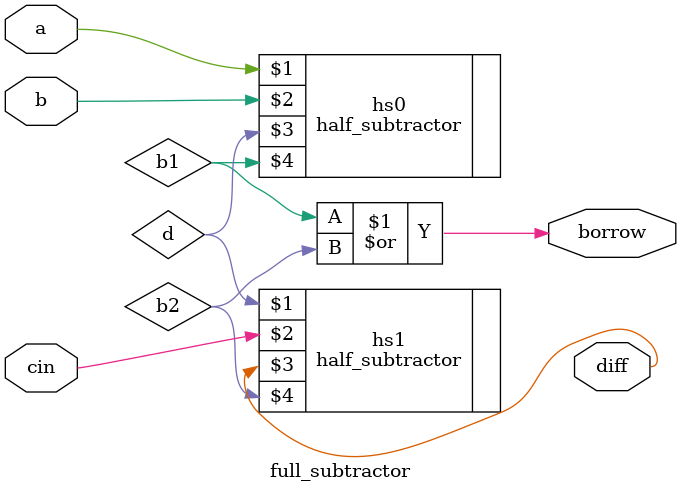
<source format=v>
`include "half_subtractor.v"
module full_subtractor(
    input a,b,cin,
    output diff,borrow);
wire d,b1,b2;
half_subtractor hs0(a,b,d,b1);
half_subtractor hs1(d,cin,diff,b2);
assign borrow = b1 | b2;  
endmodule  


</source>
